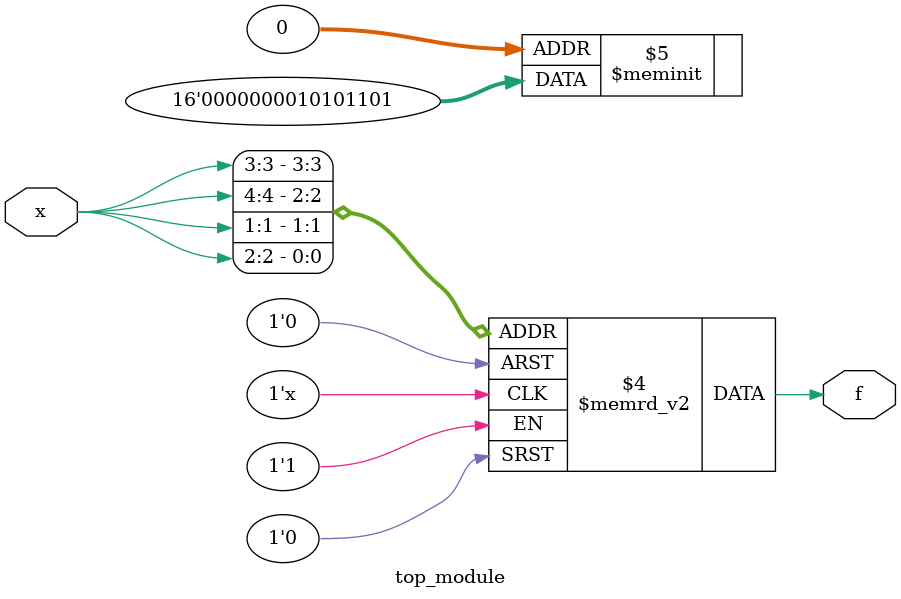
<source format=sv>
module top_module (
    input [4:1] x,
    output logic f
);

always_comb begin
    case ({x[3], x[4], x[1], x[2]})
        4'b0000: f = 1;
        4'b0001: f = 0;
        4'b0011: f = 1;
        4'b0010: f = 1;
        4'b0111: f = 1;
        4'b0101: f = 1;
        4'b0100: f = 0;
        4'b1110: f = 0;
        default: f = 0; // Set a default value for any other input combination
    endcase
end

endmodule

</source>
